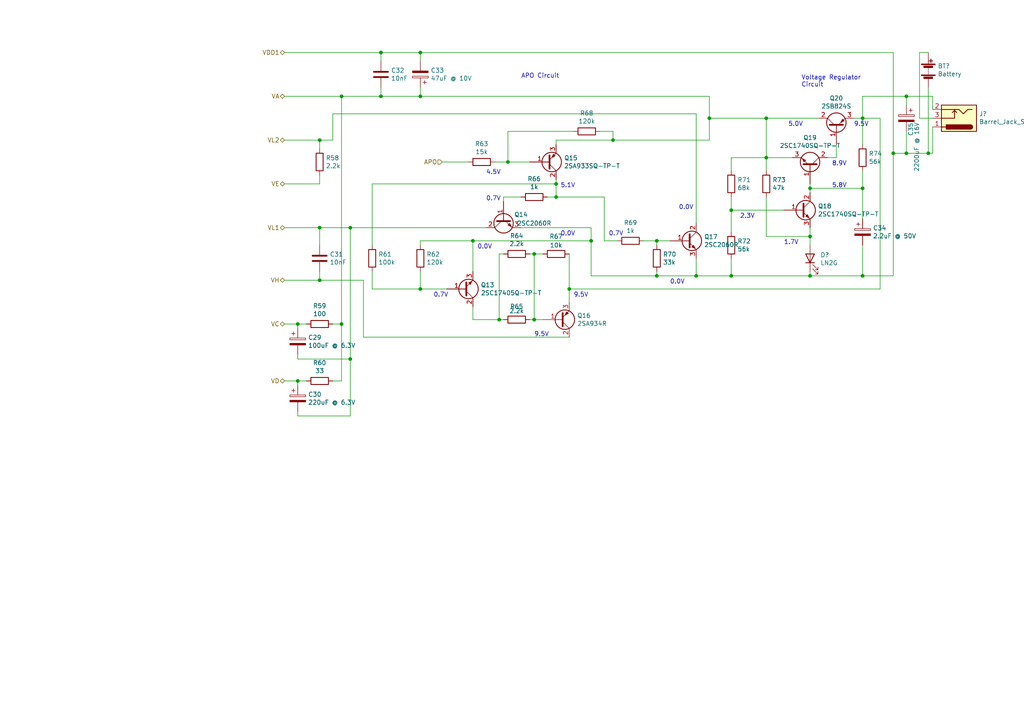
<source format=kicad_sch>
(kicad_sch (version 20201015) (generator eeschema)
  (paper "A4")
  (lib_symbols
    (symbol "Connector:Barrel_Jack_Switch" (pin_names hide)
      (property "Reference" "J" (at 0 5.334 0))
      (property "Value" "Barrel_Jack_Switch" (at 0 -5.08 0))
      (symbol "Barrel_Jack_Switch_0_1"
        (arc (start -3.302 3.175) (end -3.302 1.905) (radius (at -3.302 2.54) (length 0.635) (angles 90.1 -90.1)) (stroke (width 0.254)) (fill (type outline)))
        (arc (start -3.302 3.175) (end -3.302 1.905) (radius (at -3.302 2.54) (length 0.635) (angles 90.1 -90.1)) (stroke (width 0.254)))
        (rectangle (start -5.08 3.81) (end 5.08 -3.81) (stroke (width 0.254)) (fill (type background)))
        (rectangle (start 3.683 3.175) (end -3.302 1.905) (stroke (width 0.254)) (fill (type outline)))
        (polyline (pts (xy 1.27 -2.286) (xy 1.905 -1.651)) (stroke (width 0.254)))
        (polyline (pts (xy 5.08 2.54) (xy 3.81 2.54)) (stroke (width 0.254)))
        (polyline (pts (xy 5.08 0) (xy 1.27 0) (xy 1.27 -2.286) (xy 0.635 -1.651)) (stroke (width 0.254)))
        (polyline (pts (xy -3.81 -2.54) (xy -2.54 -2.54) (xy -1.27 -1.27) (xy 0 -2.54) (xy 2.54 -2.54) (xy 5.08 -2.54)) (stroke (width 0.254)))
      )
      (symbol "Barrel_Jack_Switch_1_1"
        (pin passive line (at 7.62 2.54 180) (length 2.54) (name "~") (number "1"))
        (pin passive line (at 7.62 -2.54 180) (length 2.54) (name "~") (number "2"))
        (pin passive line (at 7.62 0 180) (length 2.54) (name "~") (number "3"))
      )
    )
    (symbol "Device:Battery" (pin_numbers hide) (pin_names (offset 0) hide)
      (property "Reference" "BT" (at 2.54 2.54 0))
      (property "Value" "Battery" (at 2.54 0 0))
      (symbol "Battery_0_1"
        (rectangle (start -2.032 -1.397) (end 2.032 -1.651) (fill (type outline)))
        (rectangle (start -2.032 1.778) (end 2.032 1.524) (fill (type outline)))
        (rectangle (start -1.3208 -1.9812) (end 1.27 -2.4892) (fill (type outline)))
        (rectangle (start -1.3208 1.1938) (end 1.27 0.6858) (fill (type outline)))
        (polyline (pts (xy 0 -1.524) (xy 0 -1.27)))
        (polyline (pts (xy 0 -1.016) (xy 0 -0.762)))
        (polyline (pts (xy 0 -0.508) (xy 0 -0.254)))
        (polyline (pts (xy 0 0) (xy 0 0.254)))
        (polyline (pts (xy 0 0.508) (xy 0 0.762)))
        (polyline (pts (xy 0 1.778) (xy 0 2.54)))
        (polyline (pts (xy 0.254 2.667) (xy 1.27 2.667)) (stroke (width 0.254)))
        (polyline (pts (xy 0.762 3.175) (xy 0.762 2.159)) (stroke (width 0.254)))
      )
      (symbol "Battery_1_1"
        (pin passive line (at 0 5.08 270) (length 2.54) (name "+") (number "1"))
        (pin passive line (at 0 -5.08 90) (length 2.54) (name "-") (number "2"))
      )
    )
    (symbol "Device:C" (pin_numbers hide) (pin_names (offset 0.254))
      (property "Reference" "C" (at 0.635 2.54 0))
      (property "Value" "C" (at 0.635 -2.54 0))
      (symbol "C_0_1"
        (polyline (pts (xy -2.032 -0.762) (xy 2.032 -0.762)) (stroke (width 0.508)))
        (polyline (pts (xy -2.032 0.762) (xy 2.032 0.762)) (stroke (width 0.508)))
      )
      (symbol "C_1_1"
        (pin passive line (at 0 3.81 270) (length 2.794) (name "~") (number "1"))
        (pin passive line (at 0 -3.81 90) (length 2.794) (name "~") (number "2"))
      )
    )
    (symbol "Device:C_Polarized" (pin_numbers hide) (pin_names (offset 0.254))
      (property "Reference" "C" (at 0.635 2.54 0))
      (property "Value" "C_Polarized" (at 0.635 -2.54 0))
      (symbol "C_Polarized_0_1"
        (rectangle (start -2.286 0.508) (end 2.286 1.016))
        (rectangle (start 2.286 -0.508) (end -2.286 -1.016) (fill (type outline)))
        (polyline (pts (xy -1.778 2.286) (xy -0.762 2.286)))
        (polyline (pts (xy -1.27 2.794) (xy -1.27 1.778)))
      )
      (symbol "C_Polarized_1_1"
        (pin passive line (at 0 3.81 270) (length 2.794) (name "~") (number "1"))
        (pin passive line (at 0 -3.81 90) (length 2.794) (name "~") (number "2"))
      )
    )
    (symbol "Device:LED" (pin_numbers hide) (pin_names (offset 1.016) hide)
      (property "Reference" "D" (at 0 2.54 0))
      (property "Value" "LED" (at 0 -2.54 0))
      (symbol "LED_0_1"
        (polyline (pts (xy -1.27 -1.27) (xy -1.27 1.27)) (stroke (width 0.254)))
        (polyline (pts (xy -1.27 0) (xy 1.27 0)))
        (polyline (pts (xy 1.27 -1.27) (xy 1.27 1.27) (xy -1.27 0) (xy 1.27 -1.27)) (stroke (width 0.254)))
        (polyline (pts (xy -3.048 -0.762) (xy -4.572 -2.286) (xy -3.81 -2.286) (xy -4.572 -2.286) (xy -4.572 -1.524)))
        (polyline (pts (xy -1.778 -0.762) (xy -3.302 -2.286) (xy -2.54 -2.286) (xy -3.302 -2.286) (xy -3.302 -1.524)))
      )
      (symbol "LED_1_1"
        (pin passive line (at -3.81 0 0) (length 2.54) (name "K") (number "1"))
        (pin passive line (at 3.81 0 180) (length 2.54) (name "A") (number "2"))
      )
    )
    (symbol "Device:Q_NPN_BCE" (pin_names (offset 0) hide)
      (property "Reference" "Q" (at 5.08 1.27 0))
      (property "Value" "Q_NPN_BCE" (at 5.08 -1.27 0))
      (symbol "Q_NPN_BCE_0_1"
        (circle (center 1.27 0) (radius 2.8194) (stroke (width 0.254)))
        (polyline (pts (xy 0.635 0.635) (xy 2.54 2.54)))
        (polyline (pts (xy 0.635 -0.635) (xy 2.54 -2.54) (xy 2.54 -2.54)))
        (polyline (pts (xy 0.635 1.905) (xy 0.635 -1.905) (xy 0.635 -1.905)) (stroke (width 0.508)))
        (polyline (pts (xy 1.27 -1.778) (xy 1.778 -1.27) (xy 2.286 -2.286) (xy 1.27 -1.778) (xy 1.27 -1.778)) (fill (type outline)))
      )
      (symbol "Q_NPN_BCE_1_1"
        (pin input line (at -5.08 0 0) (length 5.715) (name "B") (number "1"))
        (pin passive line (at 2.54 5.08 270) (length 2.54) (name "C") (number "2"))
        (pin passive line (at 2.54 -5.08 90) (length 2.54) (name "E") (number "3"))
      )
    )
    (symbol "Device:Q_PNP_BCE" (pin_names (offset 0) hide)
      (property "Reference" "Q" (at 5.08 1.27 0))
      (property "Value" "Q_PNP_BCE" (at 5.08 -1.27 0))
      (symbol "Q_PNP_BCE_0_1"
        (circle (center 1.27 0) (radius 2.8194) (stroke (width 0.254)))
        (polyline (pts (xy 0.635 0.635) (xy 2.54 2.54)))
        (polyline (pts (xy 0.635 -0.635) (xy 2.54 -2.54) (xy 2.54 -2.54)))
        (polyline (pts (xy 0.635 1.905) (xy 0.635 -1.905) (xy 0.635 -1.905)) (stroke (width 0.508)))
        (polyline (pts (xy 2.286 -1.778) (xy 1.778 -2.286) (xy 1.27 -1.27) (xy 2.286 -1.778) (xy 2.286 -1.778)) (fill (type outline)))
      )
      (symbol "Q_PNP_BCE_1_1"
        (pin input line (at -5.08 0 0) (length 5.715) (name "B") (number "1"))
        (pin passive line (at 2.54 5.08 270) (length 2.54) (name "C") (number "2"))
        (pin passive line (at 2.54 -5.08 90) (length 2.54) (name "E") (number "3"))
      )
    )
    (symbol "Device:R" (pin_numbers hide) (pin_names (offset 0))
      (property "Reference" "R" (at 2.032 0 90))
      (property "Value" "R" (at 0 0 90))
      (symbol "R_0_1"
        (rectangle (start -1.016 -2.54) (end 1.016 2.54) (stroke (width 0.254)))
      )
      (symbol "R_1_1"
        (pin passive line (at 0 3.81 270) (length 1.27) (name "~") (number "1"))
        (pin passive line (at 0 -3.81 90) (length 1.27) (name "~") (number "2"))
      )
    )
  )
  (junction (at 86.36 93.98) (diameter 0.9144))
  (junction (at 86.36 110.49) (diameter 0.9144))
  (junction (at 92.71 40.64) (diameter 0.9144))
  (junction (at 92.71 66.04) (diameter 0.9144))
  (junction (at 92.71 81.28) (diameter 0.9144))
  (junction (at 99.06 27.94) (diameter 0.9144))
  (junction (at 99.06 93.98) (diameter 0.9144))
  (junction (at 101.6 66.04) (diameter 0.9144))
  (junction (at 101.6 104.14) (diameter 0.9144))
  (junction (at 110.49 15.24) (diameter 0.9144))
  (junction (at 110.49 27.94) (diameter 0.9144))
  (junction (at 121.92 15.24) (diameter 0.9144))
  (junction (at 121.92 27.94) (diameter 0.9144))
  (junction (at 121.92 83.82) (diameter 0.9144))
  (junction (at 137.16 69.85) (diameter 0.9144))
  (junction (at 144.78 92.71) (diameter 0.9144))
  (junction (at 147.32 46.99) (diameter 0.9144))
  (junction (at 154.94 73.66) (diameter 0.9144))
  (junction (at 154.94 92.71) (diameter 0.9144))
  (junction (at 161.29 53.34) (diameter 0.9144))
  (junction (at 161.29 57.15) (diameter 0.9144))
  (junction (at 165.1 83.82) (diameter 0.9144))
  (junction (at 171.45 69.85) (diameter 0.9144))
  (junction (at 177.8 40.64) (diameter 0.9144))
  (junction (at 190.5 69.85) (diameter 0.9144))
  (junction (at 190.5 80.01) (diameter 0.9144))
  (junction (at 201.93 80.01) (diameter 0.9144))
  (junction (at 205.74 34.29) (diameter 0.9144))
  (junction (at 212.09 60.96) (diameter 0.9144))
  (junction (at 212.09 80.01) (diameter 0.9144))
  (junction (at 222.25 34.29) (diameter 0.9144))
  (junction (at 222.25 45.72) (diameter 0.9144))
  (junction (at 234.95 54.61) (diameter 0.9144))
  (junction (at 234.95 68.58) (diameter 0.9144))
  (junction (at 234.95 80.01) (diameter 0.9144))
  (junction (at 250.19 34.29) (diameter 0.9144))
  (junction (at 250.19 54.61) (diameter 0.9144))
  (junction (at 250.19 80.01) (diameter 0.9144))
  (junction (at 259.08 44.45) (diameter 0.9144))
  (junction (at 262.89 27.94) (diameter 0.9144))
  (junction (at 262.89 44.45) (diameter 0.9144))
  (junction (at 269.24 44.45) (diameter 0.9144))
  (wire (pts (xy 82.55 15.24) (xy 110.49 15.24)))
  (wire (pts (xy 82.55 27.94) (xy 99.06 27.94)))
  (wire (pts (xy 82.55 40.64) (xy 92.71 40.64)))
  (wire (pts (xy 82.55 53.34) (xy 92.71 53.34)))
  (wire (pts (xy 82.55 66.04) (xy 92.71 66.04)))
  (wire (pts (xy 82.55 93.98) (xy 86.36 93.98)))
  (wire (pts (xy 82.55 110.49) (xy 86.36 110.49)))
  (wire (pts (xy 86.36 93.98) (xy 88.9 93.98)))
  (wire (pts (xy 86.36 95.25) (xy 86.36 93.98)))
  (wire (pts (xy 86.36 102.87) (xy 86.36 104.14)))
  (wire (pts (xy 86.36 104.14) (xy 101.6 104.14)))
  (wire (pts (xy 86.36 110.49) (xy 88.9 110.49)))
  (wire (pts (xy 86.36 111.76) (xy 86.36 110.49)))
  (wire (pts (xy 86.36 120.65) (xy 86.36 119.38)))
  (wire (pts (xy 92.71 40.64) (xy 96.52 40.64)))
  (wire (pts (xy 92.71 43.18) (xy 92.71 40.64)))
  (wire (pts (xy 92.71 53.34) (xy 92.71 50.8)))
  (wire (pts (xy 92.71 66.04) (xy 92.71 71.12)))
  (wire (pts (xy 92.71 66.04) (xy 101.6 66.04)))
  (wire (pts (xy 92.71 78.74) (xy 92.71 81.28)))
  (wire (pts (xy 92.71 81.28) (xy 82.55 81.28)))
  (wire (pts (xy 96.52 33.02) (xy 96.52 40.64)))
  (wire (pts (xy 96.52 93.98) (xy 99.06 93.98)))
  (wire (pts (xy 99.06 27.94) (xy 99.06 93.98)))
  (wire (pts (xy 99.06 27.94) (xy 110.49 27.94)))
  (wire (pts (xy 99.06 93.98) (xy 99.06 110.49)))
  (wire (pts (xy 99.06 110.49) (xy 96.52 110.49)))
  (wire (pts (xy 101.6 66.04) (xy 101.6 104.14)))
  (wire (pts (xy 101.6 66.04) (xy 140.97 66.04)))
  (wire (pts (xy 101.6 104.14) (xy 101.6 120.65)))
  (wire (pts (xy 101.6 120.65) (xy 86.36 120.65)))
  (wire (pts (xy 105.41 81.28) (xy 92.71 81.28)))
  (wire (pts (xy 105.41 97.79) (xy 105.41 81.28)))
  (wire (pts (xy 105.41 97.79) (xy 165.1 97.79)))
  (wire (pts (xy 107.95 53.34) (xy 107.95 71.12)))
  (wire (pts (xy 107.95 78.74) (xy 107.95 83.82)))
  (wire (pts (xy 107.95 83.82) (xy 121.92 83.82)))
  (wire (pts (xy 110.49 15.24) (xy 121.92 15.24)))
  (wire (pts (xy 110.49 17.78) (xy 110.49 15.24)))
  (wire (pts (xy 110.49 25.4) (xy 110.49 27.94)))
  (wire (pts (xy 110.49 27.94) (xy 121.92 27.94)))
  (wire (pts (xy 121.92 17.78) (xy 121.92 15.24)))
  (wire (pts (xy 121.92 25.4) (xy 121.92 27.94)))
  (wire (pts (xy 121.92 27.94) (xy 205.74 27.94)))
  (wire (pts (xy 121.92 71.12) (xy 121.92 69.85)))
  (wire (pts (xy 121.92 83.82) (xy 121.92 78.74)))
  (wire (pts (xy 121.92 83.82) (xy 129.54 83.82)))
  (wire (pts (xy 135.89 46.99) (xy 128.27 46.99)))
  (wire (pts (xy 137.16 69.85) (xy 121.92 69.85)))
  (wire (pts (xy 137.16 69.85) (xy 171.45 69.85)))
  (wire (pts (xy 137.16 78.74) (xy 137.16 69.85)))
  (wire (pts (xy 137.16 88.9) (xy 137.16 92.71)))
  (wire (pts (xy 137.16 92.71) (xy 144.78 92.71)))
  (wire (pts (xy 144.78 73.66) (xy 146.05 73.66)))
  (wire (pts (xy 144.78 92.71) (xy 144.78 73.66)))
  (wire (pts (xy 144.78 92.71) (xy 146.05 92.71)))
  (wire (pts (xy 146.05 57.15) (xy 151.13 57.15)))
  (wire (pts (xy 146.05 58.42) (xy 146.05 57.15)))
  (wire (pts (xy 147.32 38.1) (xy 147.32 46.99)))
  (wire (pts (xy 147.32 46.99) (xy 143.51 46.99)))
  (wire (pts (xy 147.32 46.99) (xy 153.67 46.99)))
  (wire (pts (xy 151.13 66.04) (xy 171.45 66.04)))
  (wire (pts (xy 153.67 73.66) (xy 154.94 73.66)))
  (wire (pts (xy 153.67 92.71) (xy 154.94 92.71)))
  (wire (pts (xy 154.94 73.66) (xy 154.94 92.71)))
  (wire (pts (xy 154.94 73.66) (xy 157.48 73.66)))
  (wire (pts (xy 154.94 92.71) (xy 157.48 92.71)))
  (wire (pts (xy 158.75 57.15) (xy 161.29 57.15)))
  (wire (pts (xy 161.29 40.64) (xy 161.29 41.91)))
  (wire (pts (xy 161.29 40.64) (xy 177.8 40.64)))
  (wire (pts (xy 161.29 53.34) (xy 107.95 53.34)))
  (wire (pts (xy 161.29 53.34) (xy 161.29 52.07)))
  (wire (pts (xy 161.29 57.15) (xy 161.29 53.34)))
  (wire (pts (xy 165.1 73.66) (xy 165.1 83.82)))
  (wire (pts (xy 165.1 83.82) (xy 165.1 87.63)))
  (wire (pts (xy 165.1 83.82) (xy 255.27 83.82)))
  (wire (pts (xy 166.37 38.1) (xy 147.32 38.1)))
  (wire (pts (xy 171.45 66.04) (xy 171.45 69.85)))
  (wire (pts (xy 171.45 69.85) (xy 171.45 80.01)))
  (wire (pts (xy 171.45 80.01) (xy 190.5 80.01)))
  (wire (pts (xy 173.99 38.1) (xy 177.8 38.1)))
  (wire (pts (xy 175.26 57.15) (xy 161.29 57.15)))
  (wire (pts (xy 175.26 69.85) (xy 175.26 57.15)))
  (wire (pts (xy 177.8 38.1) (xy 177.8 40.64)))
  (wire (pts (xy 179.07 69.85) (xy 175.26 69.85)))
  (wire (pts (xy 186.69 69.85) (xy 190.5 69.85)))
  (wire (pts (xy 190.5 69.85) (xy 190.5 71.12)))
  (wire (pts (xy 190.5 78.74) (xy 190.5 80.01)))
  (wire (pts (xy 190.5 80.01) (xy 201.93 80.01)))
  (wire (pts (xy 194.31 69.85) (xy 190.5 69.85)))
  (wire (pts (xy 201.93 33.02) (xy 96.52 33.02)))
  (wire (pts (xy 201.93 64.77) (xy 201.93 33.02)))
  (wire (pts (xy 201.93 80.01) (xy 201.93 74.93)))
  (wire (pts (xy 205.74 27.94) (xy 205.74 34.29)))
  (wire (pts (xy 205.74 34.29) (xy 205.74 40.64)))
  (wire (pts (xy 205.74 40.64) (xy 177.8 40.64)))
  (wire (pts (xy 212.09 45.72) (xy 222.25 45.72)))
  (wire (pts (xy 212.09 49.53) (xy 212.09 45.72)))
  (wire (pts (xy 212.09 57.15) (xy 212.09 60.96)))
  (wire (pts (xy 212.09 67.31) (xy 212.09 60.96)))
  (wire (pts (xy 212.09 80.01) (xy 201.93 80.01)))
  (wire (pts (xy 212.09 80.01) (xy 212.09 74.93)))
  (wire (pts (xy 222.25 34.29) (xy 205.74 34.29)))
  (wire (pts (xy 222.25 34.29) (xy 222.25 45.72)))
  (wire (pts (xy 222.25 34.29) (xy 237.49 34.29)))
  (wire (pts (xy 222.25 49.53) (xy 222.25 45.72)))
  (wire (pts (xy 222.25 68.58) (xy 222.25 57.15)))
  (wire (pts (xy 227.33 60.96) (xy 212.09 60.96)))
  (wire (pts (xy 229.87 45.72) (xy 222.25 45.72)))
  (wire (pts (xy 234.95 53.34) (xy 234.95 54.61)))
  (wire (pts (xy 234.95 54.61) (xy 234.95 55.88)))
  (wire (pts (xy 234.95 54.61) (xy 250.19 54.61)))
  (wire (pts (xy 234.95 68.58) (xy 222.25 68.58)))
  (wire (pts (xy 234.95 68.58) (xy 234.95 66.04)))
  (wire (pts (xy 234.95 71.12) (xy 234.95 68.58)))
  (wire (pts (xy 234.95 80.01) (xy 212.09 80.01)))
  (wire (pts (xy 234.95 80.01) (xy 234.95 78.74)))
  (wire (pts (xy 234.95 80.01) (xy 250.19 80.01)))
  (wire (pts (xy 240.03 45.72) (xy 242.57 45.72)))
  (wire (pts (xy 242.57 45.72) (xy 242.57 41.91)))
  (wire (pts (xy 247.65 34.29) (xy 250.19 34.29)))
  (wire (pts (xy 250.19 27.94) (xy 250.19 34.29)))
  (wire (pts (xy 250.19 27.94) (xy 262.89 27.94)))
  (wire (pts (xy 250.19 34.29) (xy 250.19 41.91)))
  (wire (pts (xy 250.19 34.29) (xy 255.27 34.29)))
  (wire (pts (xy 250.19 54.61) (xy 250.19 49.53)))
  (wire (pts (xy 250.19 63.5) (xy 250.19 54.61)))
  (wire (pts (xy 250.19 71.12) (xy 250.19 80.01)))
  (wire (pts (xy 255.27 34.29) (xy 255.27 83.82)))
  (wire (pts (xy 259.08 15.24) (xy 121.92 15.24)))
  (wire (pts (xy 259.08 44.45) (xy 259.08 15.24)))
  (wire (pts (xy 259.08 80.01) (xy 250.19 80.01)))
  (wire (pts (xy 259.08 80.01) (xy 259.08 44.45)))
  (wire (pts (xy 262.89 27.94) (xy 270.51 27.94)))
  (wire (pts (xy 262.89 30.48) (xy 262.89 27.94)))
  (wire (pts (xy 262.89 38.1) (xy 262.89 44.45)))
  (wire (pts (xy 262.89 44.45) (xy 259.08 44.45)))
  (wire (pts (xy 266.7 15.24) (xy 266.7 34.29)))
  (wire (pts (xy 269.24 15.24) (xy 266.7 15.24)))
  (wire (pts (xy 269.24 25.4) (xy 269.24 44.45)))
  (wire (pts (xy 269.24 44.45) (xy 262.89 44.45)))
  (wire (pts (xy 270.51 31.75) (xy 270.51 27.94)))
  (wire (pts (xy 270.51 34.29) (xy 266.7 34.29)))
  (wire (pts (xy 270.51 36.83) (xy 270.51 44.45)))
  (wire (pts (xy 270.51 44.45) (xy 269.24 44.45)))
  (text "0.7V" (at 125.73 86.36 0) (effects (font (size 1.27 1.27)) (justify left bottom)))
  (text "0.0V" (at 138.43 72.39 0) (effects (font (size 1.27 1.27)) (justify left bottom)))
  (text "4.5V" (at 140.97 50.8 0) (effects (font (size 1.27 1.27)) (justify left bottom)))
  (text "0.7V" (at 140.97 58.42 0) (effects (font (size 1.27 1.27)) (justify left bottom)))
  (text "APO Circuit" (at 151.13 22.86 0) (effects (font (size 1.27 1.27)) (justify left bottom)))
  (text "9.5V" (at 154.94 97.79 0) (effects (font (size 1.27 1.27)) (justify left bottom)))
  (text "5.1V" (at 162.56 54.61 0) (effects (font (size 1.27 1.27)) (justify left bottom)))
  (text "0.0V" (at 162.56 68.58 0) (effects (font (size 1.27 1.27)) (justify left bottom)))
  (text "9.5V" (at 166.37 86.36 0) (effects (font (size 1.27 1.27)) (justify left bottom)))
  (text "0.7V" (at 176.53 68.58 0) (effects (font (size 1.27 1.27)) (justify left bottom)))
  (text "0.0V" (at 194.31 82.55 0) (effects (font (size 1.27 1.27)) (justify left bottom)))
  (text "0.0V" (at 196.85 60.96 0) (effects (font (size 1.27 1.27)) (justify left bottom)))
  (text "2.3V" (at 214.63 63.5 0) (effects (font (size 1.27 1.27)) (justify left bottom)))
  (text "1.7V" (at 227.33 71.12 0) (effects (font (size 1.27 1.27)) (justify left bottom)))
  (text "5.0V" (at 228.6 36.83 0) (effects (font (size 1.27 1.27)) (justify left bottom)))
  (text "Voltage Regulator\nCircuit" (at 232.41 25.4 0) (effects (font (size 1.27 1.27)) (justify left bottom)))
  (text "8.9V" (at 241.3 48.26 0) (effects (font (size 1.27 1.27)) (justify left bottom)))
  (text "5.8V" (at 241.3 54.61 0) (effects (font (size 1.27 1.27)) (justify left bottom)))
  (text "9.5V" (at 247.65 36.83 0) (effects (font (size 1.27 1.27)) (justify left bottom)))
  (hierarchical_label "VDD1" (shape bidirectional) (at 82.55 15.24 180))
  (hierarchical_label "VA" (shape bidirectional) (at 82.55 27.94 180))
  (hierarchical_label "VL2" (shape bidirectional) (at 82.55 40.64 180))
  (hierarchical_label "VE" (shape bidirectional) (at 82.55 53.34 180))
  (hierarchical_label "VL1" (shape bidirectional) (at 82.55 66.04 180))
  (hierarchical_label "VH" (shape bidirectional) (at 82.55 81.28 180))
  (hierarchical_label "VC" (shape bidirectional) (at 82.55 93.98 180))
  (hierarchical_label "VD" (shape bidirectional) (at 82.55 110.49 180))
  (hierarchical_label "APO" (shape input) (at 128.27 46.99 180))
  (symbol (lib_id "Device:R") (at 92.71 46.99 0) (unit 1)
    (property "Reference" "R58" (at 94.488 45.8216 0) (effects (justify left)))
    (property "Value" "2.2k" (at 94.488 48.133 0) (effects (justify left)))
  )
  (symbol (lib_id "Device:R") (at 92.71 93.98 270) (unit 1)
    (property "Reference" "R59" (at 92.71 88.7222 90))
    (property "Value" "100" (at 92.71 91.0336 90))
  )
  (symbol (lib_id "Device:R") (at 92.71 110.49 270) (unit 1)
    (property "Reference" "R60" (at 92.71 105.2322 90))
    (property "Value" "33" (at 92.71 107.5436 90))
  )
  (symbol (lib_id "Device:R") (at 107.95 74.93 0) (unit 1)
    (property "Reference" "R61" (at 109.728 73.7616 0) (effects (justify left)))
    (property "Value" "100k" (at 109.728 76.073 0) (effects (justify left)))
  )
  (symbol (lib_id "Device:R") (at 121.92 74.93 0) (unit 1)
    (property "Reference" "R62" (at 123.698 73.7616 0) (effects (justify left)))
    (property "Value" "120k" (at 123.698 76.073 0) (effects (justify left)))
  )
  (symbol (lib_id "Device:R") (at 139.7 46.99 270) (unit 1)
    (property "Reference" "R63" (at 139.7 41.7322 90))
    (property "Value" "15k" (at 139.7 44.0436 90))
  )
  (symbol (lib_id "Device:R") (at 149.86 73.66 270) (unit 1)
    (property "Reference" "R64" (at 149.86 68.4022 90))
    (property "Value" "2.2k" (at 149.86 70.7136 90))
  )
  (symbol (lib_id "Device:R") (at 149.86 92.71 270) (unit 1)
    (property "Reference" "R65" (at 149.86 88.9 90))
    (property "Value" "2.2k" (at 149.86 90.17 90))
  )
  (symbol (lib_id "Device:R") (at 154.94 57.15 270) (unit 1)
    (property "Reference" "R66" (at 154.94 51.8922 90))
    (property "Value" "1k" (at 154.94 54.2036 90))
  )
  (symbol (lib_id "Device:R") (at 161.29 73.66 270) (unit 1)
    (property "Reference" "R67" (at 161.29 68.58 90))
    (property "Value" "10k" (at 161.29 71.12 90))
  )
  (symbol (lib_id "Device:R") (at 170.18 38.1 270) (unit 1)
    (property "Reference" "R68" (at 170.18 32.8422 90))
    (property "Value" "120k" (at 170.18 35.1536 90))
  )
  (symbol (lib_id "Device:R") (at 182.88 69.85 270) (mirror x) (unit 1)
    (property "Reference" "R69" (at 182.88 64.5922 90))
    (property "Value" "1k" (at 182.88 66.9036 90))
  )
  (symbol (lib_id "Device:R") (at 190.5 74.93 0) (unit 1)
    (property "Reference" "R70" (at 192.278 73.7616 0) (effects (justify left)))
    (property "Value" "33k" (at 192.278 76.073 0) (effects (justify left)))
  )
  (symbol (lib_id "Device:R") (at 212.09 53.34 0) (unit 1)
    (property "Reference" "R71" (at 213.868 52.1716 0) (effects (justify left)))
    (property "Value" "68k" (at 213.868 54.483 0) (effects (justify left)))
  )
  (symbol (lib_id "Device:R") (at 212.09 71.12 0) (unit 1)
    (property "Reference" "R72" (at 213.868 69.9516 0) (effects (justify left)))
    (property "Value" "56k" (at 213.868 72.263 0) (effects (justify left)))
  )
  (symbol (lib_id "Device:R") (at 222.25 53.34 0) (unit 1)
    (property "Reference" "R73" (at 224.028 52.1716 0) (effects (justify left)))
    (property "Value" "47k" (at 224.028 54.483 0) (effects (justify left)))
  )
  (symbol (lib_id "Device:R") (at 250.19 45.72 0) (unit 1)
    (property "Reference" "R74" (at 251.968 44.5516 0) (effects (justify left)))
    (property "Value" "56k" (at 251.968 46.863 0) (effects (justify left)))
  )
  (symbol (lib_id "Device:LED") (at 234.95 74.93 90) (unit 1)
    (property "Reference" "D?" (at 237.9472 73.9394 90) (effects (justify right)))
    (property "Value" "LN2G" (at 237.9472 76.2508 90) (effects (justify right)))
  )
  (symbol (lib_id "Device:C_Polarized") (at 86.36 99.06 0)
    (property "Reference" "C29" (at 89.3572 97.8916 0) (effects (justify left)))
    (property "Value" "100uF @ 6.3V" (at 89.3572 100.203 0) (effects (justify left)))
  )
  (symbol (lib_id "Device:C_Polarized") (at 86.36 115.57 0)
    (property "Reference" "C30" (at 89.3572 114.4016 0) (effects (justify left)))
    (property "Value" "220uF @ 6.3V" (at 89.3572 116.713 0) (effects (justify left)))
  )
  (symbol (lib_id "Device:C") (at 92.71 74.93 0) (unit 1)
    (property "Reference" "C31" (at 95.631 73.7616 0) (effects (justify left)))
    (property "Value" "10nF" (at 95.631 76.073 0) (effects (justify left)))
  )
  (symbol (lib_id "Device:C") (at 110.49 21.59 0) (unit 1)
    (property "Reference" "C32" (at 113.411 20.4216 0) (effects (justify left)))
    (property "Value" "10nF" (at 113.411 22.733 0) (effects (justify left)))
  )
  (symbol (lib_id "Device:C_Polarized") (at 121.92 21.59 180)
    (property "Reference" "C33" (at 124.9172 20.4216 0) (effects (justify right)))
    (property "Value" "47uF @ 10V" (at 124.9172 22.733 0) (effects (justify right)))
  )
  (symbol (lib_id "Device:C_Polarized") (at 250.19 67.31 0)
    (property "Reference" "C34" (at 253.1872 66.1416 0) (effects (justify left)))
    (property "Value" "2.2uF @ 50V" (at 253.1872 68.453 0) (effects (justify left)))
  )
  (symbol (lib_id "Device:C_Polarized") (at 262.89 34.29 0) (mirror y)
    (property "Reference" "C35" (at 264.16 35.56 90) (effects (justify right)))
    (property "Value" "2200uF @ 16V" (at 265.8872 35.433 90) (effects (justify right)))
  )
  (symbol (lib_id "Device:Battery") (at 269.24 20.32 0) (unit 1)
    (property "Reference" "BT?" (at 271.9832 19.1516 0) (effects (justify left)))
    (property "Value" "Battery" (at 271.9832 21.463 0) (effects (justify left)))
  )
  (symbol (lib_id "Connector:Barrel_Jack_Switch") (at 278.13 34.29 180) (unit 1)
    (property "Reference" "J?" (at 283.972 33.02 0) (effects (justify right)))
    (property "Value" "Barrel_Jack_Switch" (at 283.972 35.3314 0) (effects (justify right)))
  )
  (symbol (lib_id "Device:Q_NPN_BCE") (at 134.62 83.82 0) (mirror x) (unit 1)
    (property "Reference" "Q13" (at 139.446 82.6516 0) (effects (justify left)))
    (property "Value" "2SC17405Q-TP-T" (at 139.446 84.963 0) (effects (justify left)))
  )
  (symbol (lib_id "Device:Q_NPN_BCE") (at 146.05 63.5 90) (mirror x) (unit 1)
    (property "Reference" "Q14" (at 151.13 62.23 90))
    (property "Value" "2SC2060R" (at 154.94 64.77 90))
  )
  (symbol (lib_id "Device:Q_PNP_BCE") (at 158.75 46.99 0) (mirror x) (unit 1)
    (property "Reference" "Q15" (at 163.6014 45.8216 0) (effects (justify left)))
    (property "Value" "2SA933SQ-TP-T" (at 163.6014 48.133 0) (effects (justify left)))
  )
  (symbol (lib_id "Device:Q_PNP_BCE") (at 162.56 92.71 0) (mirror x) (unit 1)
    (property "Reference" "Q16" (at 167.4114 91.5416 0) (effects (justify left)))
    (property "Value" "2SA934R" (at 167.4114 93.853 0) (effects (justify left)))
  )
  (symbol (lib_id "Device:Q_NPN_BCE") (at 199.39 69.85 0) (unit 1)
    (property "Reference" "Q17" (at 204.216 68.6816 0) (effects (justify left)))
    (property "Value" "2SC2060R" (at 204.216 70.993 0) (effects (justify left)))
  )
  (symbol (lib_id "Device:Q_NPN_BCE") (at 232.41 60.96 0) (unit 1)
    (property "Reference" "Q18" (at 237.236 59.7916 0) (effects (justify left)))
    (property "Value" "2SC1740SQ-TP-T" (at 237.236 62.103 0) (effects (justify left)))
  )
  (symbol (lib_id "Device:Q_NPN_BCE") (at 234.95 48.26 270) (mirror x) (unit 1)
    (property "Reference" "Q19" (at 234.95 39.9288 90))
    (property "Value" "2SC1740SQ-TP-T" (at 234.95 42.2402 90))
  )
  (symbol (lib_id "Device:Q_PNP_BCE") (at 242.57 36.83 90) (unit 1)
    (property "Reference" "Q20" (at 242.57 28.4988 90))
    (property "Value" "2SB824S" (at 242.57 30.8102 90))
  )
)
</source>
